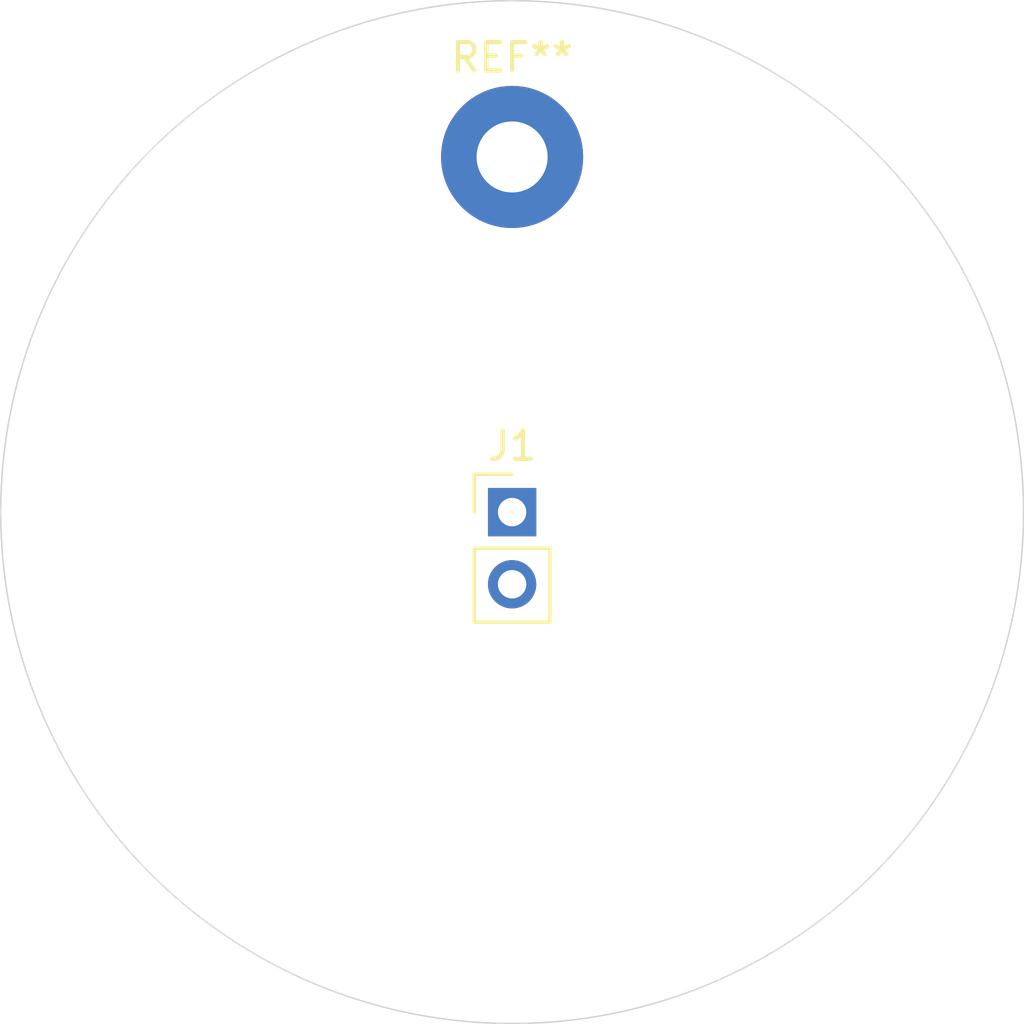
<source format=kicad_pcb>
(kicad_pcb (version 20240108) (generator "pcbnew") (generator_version "8.0")
  (layers (0 "F.Cu" signal) (31 "B.Cu" signal) (34 "B.Paste" user) (35 "F.Paste" user) (36 "B.SilkS" user "B.Silkscreen") (37 "F.SilkS" user "F.Silkscreen") (38 "B.Mask" user) (39 "F.Mask" user) (44 "Edge.Cuts" user))
  (net 0 "")
  (footprint "MountingHole:MountingHole_2.5mm_Pad" (layer "F.Cu") (at 50 37.5)
    (property "Reference" "REF**" (at 0 -3.5 0) (layer "F.SilkS"))
    (property "Value" "MountingHole_2.5mm_Pad" (hide yes))
    (pad "1" thru_hole circle (at 0 0) (size 5 5) (drill 2.5) (layers "*.Cu" "*.Mask"))
  )
  (footprint "Connector_PinHeader_2.54mm:PinHeader_1x02_P2.54mm_Vertical" (layer "F.Cu") (at 50 50)
    (property "Reference" "J1" (at 0 -2.33 0) (layer "F.SilkS"))
    (property "Value" "Conn_01x02_Pin" (hide yes))
    (fp_line (start -1.33 -1.33) (end 0 -1.33) (stroke (width 0.12)) (layer "F.SilkS"))
    (fp_line (start -1.33 0) (end -1.33 -1.33) (stroke (width 0.12)) (layer "F.SilkS"))
    (fp_line (start -1.33 1.27) (end -1.33 3.87) (stroke (width 0.12)) (layer "F.SilkS"))
    (fp_line (start -1.33 1.27) (end 1.33 1.27) (stroke (width 0.12)) (layer "F.SilkS"))
    (fp_line (start -1.33 3.87) (end 1.33 3.87) (stroke (width 0.12)) (layer "F.SilkS"))
    (fp_line (start 1.33 1.27) (end 1.33 3.87) (stroke (width 0.12)) (layer "F.SilkS"))
    (pad "1" thru_hole rect (at 0 0) (size 1.7 1.7) (drill 1) (layers "*.Cu" "*.Mask"))
    (pad "2" thru_hole oval (at 0 2.54) (size 1.7 1.7) (drill 1) (layers "*.Cu" "*.Mask"))
  )
  (gr_circle (center 50 50) (end 68 50) (stroke (width 0.05)) (fill none) (layer "Edge.Cuts"))
)
</source>
